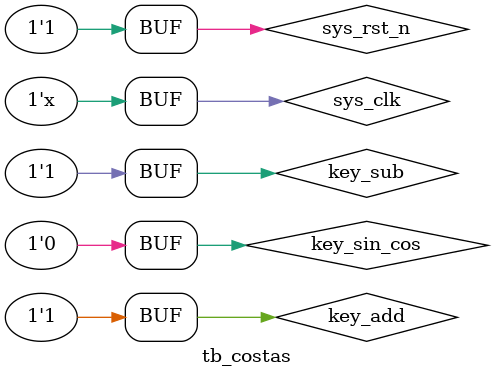
<source format=v>
`timescale 1ns/1ns 

module tb_costas();

reg sys_clk;
reg sys_rst_n;
reg key_add;
reg key_sub;
reg key_sin_cos;
wire dac_clk ;
wire [7:0]dac_data;
wire[36:0]  demod_ob;

initial
    begin
        sys_clk = 1'b1;
        sys_rst_n <= 1'b0;
        key_add <= 1'b1;
        key_sub <= 1'b1;
        key_sin_cos <= 1'b0;
        #200
        sys_rst_n <= 1'b1;
    end 
    
always #10 sys_clk = ~sys_clk;


costas costas_inst
(
    .sys_clk         (sys_clk  ),
    .sys_rst_n       (sys_rst_n),
    .key_add         (key_add  ),
    .key_sub         (key_sub  ),
    .key_sin_cos     (key_sin_cos),
    .dac_clk         (dac_clk  ),
    .dac_data        (dac_data ),
    .demod_ob        (demod_ob)
);

endmodule

</source>
